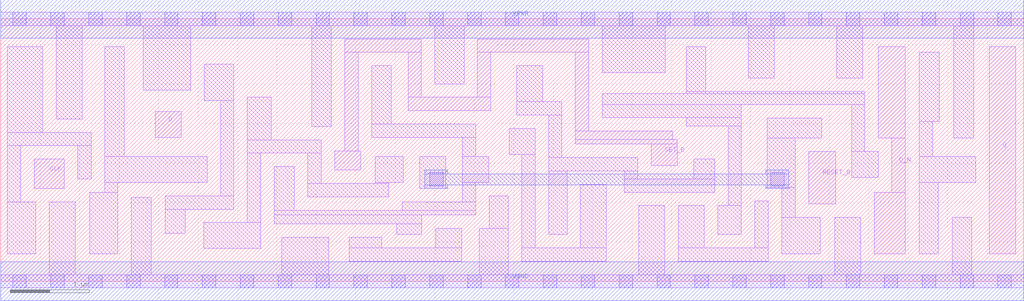
<source format=lef>
# Copyright 2020 The SkyWater PDK Authors
#
# Licensed under the Apache License, Version 2.0 (the "License");
# you may not use this file except in compliance with the License.
# You may obtain a copy of the License at
#
#     https://www.apache.org/licenses/LICENSE-2.0
#
# Unless required by applicable law or agreed to in writing, software
# distributed under the License is distributed on an "AS IS" BASIS,
# WITHOUT WARRANTIES OR CONDITIONS OF ANY KIND, either express or implied.
# See the License for the specific language governing permissions and
# limitations under the License.
#
# SPDX-License-Identifier: Apache-2.0

VERSION 5.7 ;
  NOWIREEXTENSIONATPIN ON ;
  DIVIDERCHAR "/" ;
  BUSBITCHARS "[]" ;
UNITS
  DATABASE MICRONS 200 ;
END UNITS
MACRO sky130_fd_sc_ls__dfbbp_1
  CLASS CORE ;
  FOREIGN sky130_fd_sc_ls__dfbbp_1 ;
  ORIGIN  0.000000  0.000000 ;
  SIZE  12.96000 BY  3.330000 ;
  SYMMETRY X Y ;
  SITE unit ;
  PIN D
    ANTENNAGATEAREA  0.126000 ;
    DIRECTION INPUT ;
    USE SIGNAL ;
    PORT
      LAYER li1 ;
        RECT 1.960000 1.825000 2.290000 2.155000 ;
    END
  END D
  PIN Q
    ANTENNADIFFAREA  0.519000 ;
    DIRECTION OUTPUT ;
    USE SIGNAL ;
    PORT
      LAYER li1 ;
        RECT 12.525000 0.350000 12.860000 2.980000 ;
    END
  END Q
  PIN Q_N
    ANTENNADIFFAREA  0.518900 ;
    DIRECTION OUTPUT ;
    USE SIGNAL ;
    PORT
      LAYER li1 ;
        RECT 11.065000 0.350000 11.460000 1.130000 ;
        RECT 11.120000 1.820000 11.460000 2.980000 ;
        RECT 11.290000 1.130000 11.460000 1.820000 ;
    END
  END Q_N
  PIN RESET_B
    ANTENNAGATEAREA  0.159000 ;
    DIRECTION INPUT ;
    USE SIGNAL ;
    PORT
      LAYER li1 ;
        RECT 10.235000 0.980000 10.580000 1.650000 ;
    END
  END RESET_B
  PIN SET_B
    ANTENNAGATEAREA  0.469500 ;
    DIRECTION INPUT ;
    USE SIGNAL ;
    PORT
      LAYER li1 ;
        RECT 4.230000 1.410000 4.560000 1.655000 ;
        RECT 4.360000 1.655000 4.530000 2.905000 ;
        RECT 4.360000 2.905000 5.330000 3.075000 ;
        RECT 5.160000 2.165000 6.210000 2.335000 ;
        RECT 5.160000 2.335000 5.330000 2.905000 ;
        RECT 6.040000 2.335000 6.210000 2.905000 ;
        RECT 6.040000 2.905000 7.450000 3.075000 ;
        RECT 7.280000 1.740000 8.570000 1.800000 ;
        RECT 7.280000 1.800000 8.515000 1.910000 ;
        RECT 7.280000 1.910000 7.450000 2.905000 ;
        RECT 8.240000 1.470000 8.570000 1.740000 ;
    END
  END SET_B
  PIN CLK
    ANTENNAGATEAREA  0.279000 ;
    DIRECTION INPUT ;
    USE CLOCK ;
    PORT
      LAYER li1 ;
        RECT 0.425000 1.180000 0.805000 1.550000 ;
    END
  END CLK
  PIN VGND
    DIRECTION INOUT ;
    SHAPE ABUTMENT ;
    USE GROUND ;
    PORT
      LAYER met1 ;
        RECT 0.000000 -0.245000 12.960000 0.245000 ;
    END
  END VGND
  PIN VPWR
    DIRECTION INOUT ;
    SHAPE ABUTMENT ;
    USE POWER ;
    PORT
      LAYER met1 ;
        RECT 0.000000 3.085000 12.960000 3.575000 ;
    END
  END VPWR
  OBS
    LAYER li1 ;
      RECT  0.000000 -0.085000 12.960000 0.085000 ;
      RECT  0.000000  3.245000 12.960000 3.415000 ;
      RECT  0.085000  0.350000  0.445000 1.010000 ;
      RECT  0.085000  1.010000  0.255000 1.720000 ;
      RECT  0.085000  1.720000  1.145000 1.890000 ;
      RECT  0.085000  1.890000  0.535000 2.980000 ;
      RECT  0.615000  0.085000  0.945000 1.010000 ;
      RECT  0.705000  2.060000  1.035000 3.245000 ;
      RECT  0.975000  1.300000  1.145000 1.720000 ;
      RECT  1.125000  0.350000  1.485000 1.130000 ;
      RECT  1.315000  1.130000  1.485000 1.255000 ;
      RECT  1.315000  1.255000  2.615000 1.585000 ;
      RECT  1.315000  1.585000  1.565000 2.980000 ;
      RECT  1.655000  0.085000  1.905000 1.065000 ;
      RECT  1.805000  2.425000  2.410000 3.245000 ;
      RECT  2.085000  0.605000  2.335000 0.915000 ;
      RECT  2.085000  0.915000  2.955000 1.085000 ;
      RECT  2.575000  0.415000  3.295000 0.745000 ;
      RECT  2.580000  2.295000  2.955000 2.755000 ;
      RECT  2.785000  1.085000  2.955000 2.295000 ;
      RECT  3.125000  0.745000  3.295000 1.625000 ;
      RECT  3.125000  1.625000  4.060000 1.795000 ;
      RECT  3.125000  1.795000  3.430000 2.335000 ;
      RECT  3.465000  0.730000  5.335000 0.840000 ;
      RECT  3.465000  0.840000  6.020000 0.900000 ;
      RECT  3.465000  0.900000  3.720000 1.455000 ;
      RECT  3.560000  0.085000  4.155000 0.560000 ;
      RECT  3.890000  1.070000  4.915000 1.240000 ;
      RECT  3.890000  1.240000  4.060000 1.625000 ;
      RECT  3.940000  1.965000  4.190000 3.245000 ;
      RECT  4.415000  0.255000  5.840000 0.425000 ;
      RECT  4.415000  0.425000  4.825000 0.560000 ;
      RECT  4.700000  1.825000  6.020000 1.995000 ;
      RECT  4.700000  1.995000  4.950000 2.735000 ;
      RECT  4.745000  1.240000  4.915000 1.255000 ;
      RECT  4.745000  1.255000  5.100000 1.585000 ;
      RECT  5.015000  0.595000  5.335000 0.730000 ;
      RECT  5.085000  0.900000  6.020000 1.010000 ;
      RECT  5.310000  1.180000  5.640000 1.585000 ;
      RECT  5.500000  2.505000  5.870000 3.245000 ;
      RECT  5.510000  0.425000  5.840000 0.670000 ;
      RECT  5.850000  1.010000  6.020000 1.255000 ;
      RECT  5.850000  1.255000  6.180000 1.585000 ;
      RECT  5.850000  1.585000  6.020000 1.825000 ;
      RECT  6.060000  0.085000  6.430000 0.670000 ;
      RECT  6.190000  0.670000  6.430000 1.085000 ;
      RECT  6.440000  1.610000  6.770000 1.940000 ;
      RECT  6.540000  2.110000  7.110000 2.280000 ;
      RECT  6.540000  2.280000  6.870000 2.735000 ;
      RECT  6.600000  0.255000  7.670000 0.425000 ;
      RECT  6.600000  0.425000  6.770000 1.610000 ;
      RECT  6.940000  0.595000  7.175000 1.400000 ;
      RECT  6.940000  1.400000  8.070000 1.570000 ;
      RECT  6.940000  1.570000  7.110000 2.110000 ;
      RECT  7.345000  0.425000  7.670000 1.230000 ;
      RECT  7.620000  2.080000  9.385000 2.240000 ;
      RECT  7.620000  2.240000 10.950000 2.380000 ;
      RECT  7.620000  2.650000  8.420000 3.245000 ;
      RECT  7.900000  1.130000  9.045000 1.300000 ;
      RECT  7.900000  1.300000  8.070000 1.400000 ;
      RECT  8.085000  0.085000  8.415000 0.960000 ;
      RECT  8.585000  0.255000  9.725000 0.425000 ;
      RECT  8.585000  0.425000  8.915000 0.960000 ;
      RECT  8.685000  1.970000  9.385000 2.080000 ;
      RECT  8.685000  2.380000 10.950000 2.410000 ;
      RECT  8.685000  2.410000  8.935000 2.980000 ;
      RECT  8.780000  1.300000  9.045000 1.550000 ;
      RECT  9.085000  0.595000  9.385000 0.960000 ;
      RECT  9.215000  0.960000  9.385000 1.970000 ;
      RECT  9.470000  2.580000  9.800000 3.245000 ;
      RECT  9.555000  0.425000  9.725000 1.020000 ;
      RECT  9.710000  1.190000 10.065000 1.820000 ;
      RECT  9.710000  1.820000 10.405000 2.070000 ;
      RECT  9.895000  0.350000 10.385000 0.810000 ;
      RECT  9.895000  0.810000 10.065000 1.190000 ;
      RECT 10.565000  0.085000 10.895000 0.810000 ;
      RECT 10.590000  2.580000 10.920000 3.245000 ;
      RECT 10.780000  1.320000 11.120000 1.650000 ;
      RECT 10.780000  1.650000 10.950000 2.240000 ;
      RECT 11.640000  0.350000 11.875000 1.255000 ;
      RECT 11.640000  1.255000 12.355000 1.585000 ;
      RECT 11.640000  1.585000 11.810000 2.030000 ;
      RECT 11.640000  2.030000 11.890000 2.910000 ;
      RECT 12.055000  0.085000 12.305000 0.810000 ;
      RECT 12.075000  1.820000 12.325000 3.245000 ;
    LAYER mcon ;
      RECT  0.155000 -0.085000  0.325000 0.085000 ;
      RECT  0.155000  3.245000  0.325000 3.415000 ;
      RECT  0.635000 -0.085000  0.805000 0.085000 ;
      RECT  0.635000  3.245000  0.805000 3.415000 ;
      RECT  1.115000 -0.085000  1.285000 0.085000 ;
      RECT  1.115000  3.245000  1.285000 3.415000 ;
      RECT  1.595000 -0.085000  1.765000 0.085000 ;
      RECT  1.595000  3.245000  1.765000 3.415000 ;
      RECT  2.075000 -0.085000  2.245000 0.085000 ;
      RECT  2.075000  3.245000  2.245000 3.415000 ;
      RECT  2.555000 -0.085000  2.725000 0.085000 ;
      RECT  2.555000  3.245000  2.725000 3.415000 ;
      RECT  3.035000 -0.085000  3.205000 0.085000 ;
      RECT  3.035000  3.245000  3.205000 3.415000 ;
      RECT  3.515000 -0.085000  3.685000 0.085000 ;
      RECT  3.515000  3.245000  3.685000 3.415000 ;
      RECT  3.995000 -0.085000  4.165000 0.085000 ;
      RECT  3.995000  3.245000  4.165000 3.415000 ;
      RECT  4.475000 -0.085000  4.645000 0.085000 ;
      RECT  4.475000  3.245000  4.645000 3.415000 ;
      RECT  4.955000 -0.085000  5.125000 0.085000 ;
      RECT  4.955000  3.245000  5.125000 3.415000 ;
      RECT  5.435000 -0.085000  5.605000 0.085000 ;
      RECT  5.435000  1.210000  5.605000 1.380000 ;
      RECT  5.435000  3.245000  5.605000 3.415000 ;
      RECT  5.915000 -0.085000  6.085000 0.085000 ;
      RECT  5.915000  3.245000  6.085000 3.415000 ;
      RECT  6.395000 -0.085000  6.565000 0.085000 ;
      RECT  6.395000  3.245000  6.565000 3.415000 ;
      RECT  6.875000 -0.085000  7.045000 0.085000 ;
      RECT  6.875000  3.245000  7.045000 3.415000 ;
      RECT  7.355000 -0.085000  7.525000 0.085000 ;
      RECT  7.355000  3.245000  7.525000 3.415000 ;
      RECT  7.835000 -0.085000  8.005000 0.085000 ;
      RECT  7.835000  3.245000  8.005000 3.415000 ;
      RECT  8.315000 -0.085000  8.485000 0.085000 ;
      RECT  8.315000  3.245000  8.485000 3.415000 ;
      RECT  8.795000 -0.085000  8.965000 0.085000 ;
      RECT  8.795000  3.245000  8.965000 3.415000 ;
      RECT  9.275000 -0.085000  9.445000 0.085000 ;
      RECT  9.275000  3.245000  9.445000 3.415000 ;
      RECT  9.755000 -0.085000  9.925000 0.085000 ;
      RECT  9.755000  1.210000  9.925000 1.380000 ;
      RECT  9.755000  3.245000  9.925000 3.415000 ;
      RECT 10.235000 -0.085000 10.405000 0.085000 ;
      RECT 10.235000  3.245000 10.405000 3.415000 ;
      RECT 10.715000 -0.085000 10.885000 0.085000 ;
      RECT 10.715000  3.245000 10.885000 3.415000 ;
      RECT 11.195000 -0.085000 11.365000 0.085000 ;
      RECT 11.195000  3.245000 11.365000 3.415000 ;
      RECT 11.675000 -0.085000 11.845000 0.085000 ;
      RECT 11.675000  3.245000 11.845000 3.415000 ;
      RECT 12.155000 -0.085000 12.325000 0.085000 ;
      RECT 12.155000  3.245000 12.325000 3.415000 ;
      RECT 12.635000 -0.085000 12.805000 0.085000 ;
      RECT 12.635000  3.245000 12.805000 3.415000 ;
    LAYER met1 ;
      RECT 5.375000 1.180000 5.665000 1.225000 ;
      RECT 5.375000 1.225000 9.985000 1.365000 ;
      RECT 5.375000 1.365000 5.665000 1.410000 ;
      RECT 9.695000 1.180000 9.985000 1.225000 ;
      RECT 9.695000 1.365000 9.985000 1.410000 ;
  END
END sky130_fd_sc_ls__dfbbp_1
END LIBRARY

</source>
